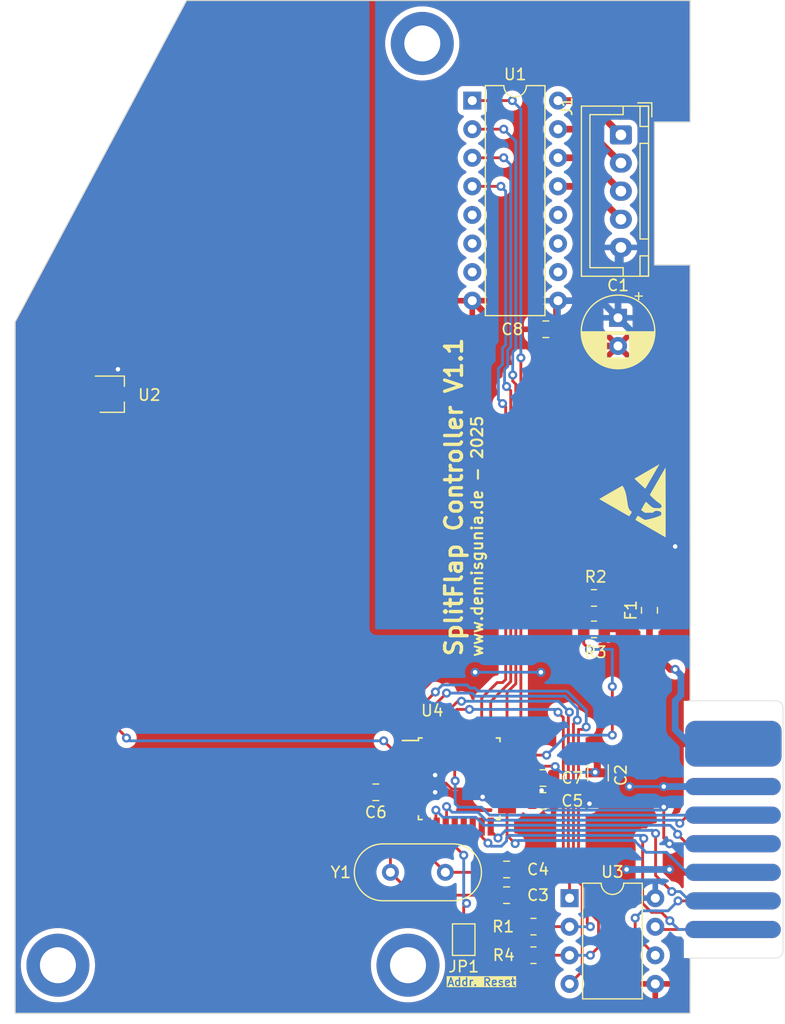
<source format=kicad_pcb>
(kicad_pcb
	(version 20241229)
	(generator "pcbnew")
	(generator_version "9.0")
	(general
		(thickness 1.6)
		(legacy_teardrops no)
	)
	(paper "A4")
	(layers
		(0 "F.Cu" signal)
		(2 "B.Cu" signal)
		(9 "F.Adhes" user "F.Adhesive")
		(11 "B.Adhes" user "B.Adhesive")
		(13 "F.Paste" user)
		(15 "B.Paste" user)
		(5 "F.SilkS" user "F.Silkscreen")
		(7 "B.SilkS" user "B.Silkscreen")
		(1 "F.Mask" user)
		(3 "B.Mask" user)
		(17 "Dwgs.User" user "User.Drawings")
		(19 "Cmts.User" user "User.Comments")
		(21 "Eco1.User" user "User.Eco1")
		(23 "Eco2.User" user "User.Eco2")
		(25 "Edge.Cuts" user)
		(27 "Margin" user)
		(31 "F.CrtYd" user "F.Courtyard")
		(29 "B.CrtYd" user "B.Courtyard")
		(35 "F.Fab" user)
		(33 "B.Fab" user)
		(39 "User.1" user)
		(41 "User.2" user)
		(43 "User.3" user)
		(45 "User.4" user)
		(47 "User.5" user)
		(49 "User.6" user)
		(51 "User.7" user)
		(53 "User.8" user)
		(55 "User.9" user)
	)
	(setup
		(stackup
			(layer "F.SilkS"
				(type "Top Silk Screen")
			)
			(layer "F.Paste"
				(type "Top Solder Paste")
			)
			(layer "F.Mask"
				(type "Top Solder Mask")
				(thickness 0.01)
			)
			(layer "F.Cu"
				(type "copper")
				(thickness 0.035)
			)
			(layer "dielectric 1"
				(type "core")
				(thickness 1.51)
				(material "FR4")
				(epsilon_r 4.5)
				(loss_tangent 0.02)
			)
			(layer "B.Cu"
				(type "copper")
				(thickness 0.035)
			)
			(layer "B.Mask"
				(type "Bottom Solder Mask")
				(thickness 0.01)
			)
			(layer "B.Paste"
				(type "Bottom Solder Paste")
			)
			(layer "B.SilkS"
				(type "Bottom Silk Screen")
			)
			(copper_finish "None")
			(dielectric_constraints no)
		)
		(pad_to_mask_clearance 0)
		(allow_soldermask_bridges_in_footprints no)
		(tenting front back)
		(pcbplotparams
			(layerselection 0x00000000_00000000_55555555_5755f5ff)
			(plot_on_all_layers_selection 0x00000000_00000000_00000000_00000000)
			(disableapertmacros no)
			(usegerberextensions no)
			(usegerberattributes yes)
			(usegerberadvancedattributes yes)
			(creategerberjobfile yes)
			(dashed_line_dash_ratio 12.000000)
			(dashed_line_gap_ratio 3.000000)
			(svgprecision 4)
			(plotframeref no)
			(mode 1)
			(useauxorigin no)
			(hpglpennumber 1)
			(hpglpenspeed 20)
			(hpglpendiameter 15.000000)
			(pdf_front_fp_property_popups yes)
			(pdf_back_fp_property_popups yes)
			(pdf_metadata yes)
			(pdf_single_document no)
			(dxfpolygonmode yes)
			(dxfimperialunits yes)
			(dxfusepcbnewfont yes)
			(psnegative no)
			(psa4output no)
			(plot_black_and_white yes)
			(sketchpadsonfab no)
			(plotpadnumbers no)
			(hidednponfab no)
			(sketchdnponfab yes)
			(crossoutdnponfab yes)
			(subtractmaskfromsilk no)
			(outputformat 1)
			(mirror no)
			(drillshape 0)
			(scaleselection 1)
			(outputdirectory "GBR/")
		)
	)
	(net 0 "")
	(net 1 "+12V")
	(net 2 "GND")
	(net 3 "+5V")
	(net 4 "Net-(J1-Pin_2)")
	(net 5 "Net-(J1-Pin_3)")
	(net 6 "Net-(J1-Pin_4)")
	(net 7 "/BUS_HIGH")
	(net 8 "/BUS_LOW")
	(net 9 "/BUS_RESET")
	(net 10 "/BUS_DETC_IN")
	(net 11 "/BUS_DETC_OUT")
	(net 12 "/GATE_HOME")
	(net 13 "/MOT_A")
	(net 14 "/MOT_B")
	(net 15 "/MOT_C")
	(net 16 "/MOT_D")
	(net 17 "unconnected-(U1-I5-Pad5)")
	(net 18 "unconnected-(U1-I6-Pad6)")
	(net 19 "unconnected-(U1-I7-Pad7)")
	(net 20 "unconnected-(U1-O7-Pad10)")
	(net 21 "unconnected-(U1-O6-Pad11)")
	(net 22 "unconnected-(U1-O5-Pad12)")
	(net 23 "/BUS_RX")
	(net 24 "/BUS_TX")
	(net 25 "/PRG_MOSI")
	(net 26 "/PRG_MISO")
	(net 27 "/PRG_SCK")
	(net 28 "Net-(U4-PB6{slash}XTAL1)")
	(net 29 "Net-(U4-PB7{slash}XTAL2)")
	(net 30 "unconnected-(U4-PD5-Pad9)")
	(net 31 "Net-(JP1-A)")
	(net 32 "unconnected-(U4-PB1-Pad13)")
	(net 33 "unconnected-(U4-PB2-Pad14)")
	(net 34 "unconnected-(U4-ADC6-Pad19)")
	(net 35 "unconnected-(U4-PC4-Pad27)")
	(net 36 "unconnected-(U4-PC5-Pad28)")
	(net 37 "Net-(J6-Pin_15)")
	(net 38 "Net-(U4-ADC7)")
	(net 39 "Net-(U4-AREF)")
	(net 40 "Net-(J1-Pin_1)")
	(net 41 "/~{BUS_RXE}")
	(net 42 "/~{BUS_TXE}")
	(footprint "Capacitor_SMD:C_1206_3216Metric" (layer "F.Cu") (at 138.176 105.459 90))
	(footprint "Capacitor_SMD:C_0805_2012Metric" (layer "F.Cu") (at 133.538 66.04 180))
	(footprint "Capacitor_SMD:C_0805_2012Metric" (layer "F.Cu") (at 130.048 116.332 180))
	(footprint "Resistor_SMD:R_0805_2012Metric" (layer "F.Cu") (at 137.8185 89.916))
	(footprint "Crystal:Crystal_HC49-U_Vertical" (layer "F.Cu") (at 119.724 114.3))
	(footprint "Dennis:Card Edge 16 power" (layer "F.Cu") (at 150.175 119.38 90))
	(footprint "Package_QFP:TQFP-32_7x7mm_P0.8mm" (layer "F.Cu") (at 125.838 105.986))
	(footprint "Capacitor_THT:CP_Radial_D6.3mm_P2.50mm" (layer "F.Cu") (at 139.954 65.024 -90))
	(footprint "Resistor_SMD:R_0805_2012Metric" (layer "F.Cu") (at 132.4375 119.126 180))
	(footprint "Capacitor_SMD:C_0805_2012Metric" (layer "F.Cu") (at 130.048 114.046 180))
	(footprint "Package_DIP:DIP-16_W7.62mm" (layer "F.Cu") (at 127 45.72))
	(footprint "Resistor_SMD:R_0805_2012Metric" (layer "F.Cu") (at 132.4375 121.666 180))
	(footprint "MountingHole:MountingHole_3.2mm_M3_DIN965_Pad" (layer "F.Cu") (at 122.555 40.64))
	(footprint "Capacitor_SMD:C_0805_2012Metric" (layer "F.Cu") (at 118.43 107.188))
	(footprint "Package_TO_SOT_SMD:SOT-23W" (layer "F.Cu") (at 95 71.81))
	(footprint "MountingHole:MountingHole_3.2mm_M3_DIN965_Pad" (layer "F.Cu") (at 121.285 122.555))
	(footprint "Capacitor_SMD:C_0805_2012Metric" (layer "F.Cu") (at 133.284 107.95 180))
	(footprint "Package_DIP:DIP-8_W7.62mm" (layer "F.Cu") (at 135.646 116.596))
	(footprint "Capacitor_SMD:C_0805_2012Metric" (layer "F.Cu") (at 133.284 105.918 180))
	(footprint "Connector_JST:JST_XH_B5B-XH-A_1x05_P2.50mm_Vertical" (layer "F.Cu") (at 140.208 48.768 -90))
	(footprint "Symbol:ESD-Logo_6.6x6mm_SilkScreen" (layer "F.Cu") (at 141.224 81.28 90))
	(footprint "Resistor_SMD:R_0805_2012Metric" (layer "F.Cu") (at 137.8185 92.71))
	(footprint "Fuse:Fuse_0805_2012Metric" (layer "F.Cu") (at 142.748 91.0175 90))
	(footprint "MountingHole:MountingHole_3.2mm_M3_DIN965_Pad" (layer "F.Cu") (at 90.17 122.555))
	(footprint "Jumper:SolderJumper-2_P1.3mm_Open_Pad1.0x1.5mm" (layer "F.Cu") (at 126.238 120.284 -90))
	(gr_line
		(start 86.36 126.83)
		(end 146.36 126.83)
		(stroke
			(width 0.1)
			(type default)
		)
		(layer "Edge.Cuts")
		(uuid "1a8ae49f-bad8-4361-b0f1-4aef9870009b")
	)
	(gr_line
		(start 143.19 47.625)
		(end 146.365 47.625)
		(stroke
			(width 0.1)
			(type default)
		)
		(layer "Edge.Cuts")
		(uuid "226656c1-6790-44c2-b117-8b68999214c5")
	)
	(gr_line
		(start 146.36 126.83)
		(end 146.365 121.92)
		(stroke
			(width 0.1)
			(type default)
		)
		(layer "Edge.Cuts")
		(uuid "2377a54b-9261-41c9-94d8-70f140eab6db")
	)
	(gr_line
		(start 146.36 36.83)
		(end 146.365 47.625)
		(stroke
			(width 0.1)
			(type default)
		)
		(layer "Edge.Cuts")
		(uuid "24362fee-1dad-4f73-9ba1-e445da479e08")
	)
	(gr_line
		(start 146.365 99.06)
		(end 146.36 60.325)
		(stroke
			(width 0.1)
			(type default)
		)
		(layer "Edge.Cuts")
		(uuid "282f11ba-d186-4b2c-a036-fbc07598937d")
	)
	(gr_line
		(start 101.6 36.83)
		(end 146.36 36.83)
		(stroke
			(width 0.1)
			(type default)
		)
		(layer "Edge.Cuts")
		(uuid "439cc86b-e138-4fc7-b5bb-6889a4336a98")
	)
	(gr_line
		(start 86.36 126.83)
		(end 86.36 65.405)
		(stroke
			(width 0.1)
			(type default)
		)
		(layer "Edge.Cuts")
		(uuid "6b5444d7-4a1c-49be-adb4-f0a74cb6f1c0")
	)
	(gr_line
		(start 86.36 65.405)
		(end 101.6 36.83)
		(stroke
			(width 0.1)
			(type default)
		)
		(layer "Edge.Cuts")
		(uuid "7cd694d1-6a51-46cf-84af-79c4be81c6f6")
	)
	(gr_line
		(start 143.19 60.325)
		(end 143.19 47.625)
		(stroke
			(width 0.1)
			(type default)
		)
		(layer "Edge.Cuts")
		(uuid "9bd8a2cd-acce-4aa2-9ff6-caf6554de8fb")
	)
	(gr_line
		(start 146.36 60.325)
		(end 143.19 60.325)
		(stroke
			(width 0.1)
			(type default)
		)
		(layer "Edge.Cuts")
		(uuid "efa9d3e2-9458-45f9-857a-65c39bb9411a")
	)
	(gr_text "SplitFlap Controller V1.1"
		(at 126.238 95.25 90)
		(layer "F.SilkS")
		(uuid "0a2c60a8-fa37-4fab-9c3d-641f85e73e00")
		(effects
			(font
				(size 1.5 1.5)
				(thickness 0.3)
				(bold yes)
			)
			(justify left bottom)
		)
	)
	(gr_text "Addr. Reset"
		(at 124.714 124.46 0)
		(layer "F.SilkS" knockout)
		(uuid "b50621b3-07c2-4c97-9c16-a65d4ad2250d")
		(effects
			(font
				(size 0.7 0.7)
				(thickness 0.125)
				(bold yes)
			)
			(justify left bottom)
		)
	)
	(gr_text "www.dennisgunia.de - 2025"
		(at 128.016 95.25 90)
		(layer "F.SilkS")
		(uuid "bc52f44a-1d8b-466a-a7f3-25760e0d72c5")
		(effects
			(font
				(size 1 1)
				(thickness 0.1875)
			)
			(justify left bottom)
		)
	)
	(segment
		(start 142.748 87.63)
		(end 142.748 90.08)
		(width 0.6)
		(layer "F.Cu")
		(net 1)
		(uuid "02fc8e6d-4ac7-4a9e-9877-8caefcade47d")
	)
	(segment
		(start 136.906 89.916)
		(end 139.192 87.63)
		(width 0.25)
		(layer "F.Cu")
		(net 1)
		(uuid "0f6825d3-190d-4a78-aa0d-e138d6986825")
	)
	(segment
		(start 145.034 85.344)
		(end 142.748 87.63)
		(width 0.6)
		(layer "F.Cu")
		(net 1)
		(uuid "3d2fba77-a633-464a-a55e-9ea39ce81361")
	)
	(segment
		(start 140.208 64.77)
		(end 139.954 65.024)
		(width 0.6)
		(layer "F.Cu")
		(net 1)
		(uuid "66992f8b-ee4c-479f-9290-1662e3173025")
	)
	(segment
		(start 139.192 87.63)
		(end 142.748 87.63)
		(width 0.25)
		(layer "F.Cu")
		(net 1)
		(uuid "8bdd5c31-637c-4c2d-94d8-b244c878fc26")
	)
	(segment
		(start 134.488 66.04)
		(end 134.488 63.632)
		(width 0.6)
		(layer "F.Cu")
		(net 1)
		(uuid "a43a3caa-cf5a-4779-9083-5e4fb4b14189")
	)
	(segment
		(start 134.488 63.632)
		(end 134.62 63.5)
		(width 0.6)
		(layer "F.Cu")
		(net 1)
		(uuid "f9a81408-955d-4901-8f71-ae1269877e48")
	)
	(via
		(at 145.034 85.344)
		(size 0.8)
		(drill 0.4)
		(layers "F.Cu" "B.Cu")
		(net 1)
		(uuid "edd24bf9-aaca-4040-bb8c-bf00e6da9865")
	)
	(segment
		(start 145.542 70.612)
		(end 145.542 84.836)
		(width 0.6)
		(layer "B.Cu")
		(net 1)
		(uuid "44e2a03c-6ff1-43df-b01f-e53d4784f4b4")
	)
	(segment
		(start 138.43 63.5)
		(end 139.954 65.024)
		(width 0.6)
		(layer "B.Cu")
		(net 1)
		(uuid "7592454c-82ec-435e-baab-e4c2854476a6")
	)
	(segment
		(start 145.542 84.836)
		(end 145.034 85.344)
		(width 0.6)
		(layer "B.Cu")
		(net 1)
		(uuid "7d1d7831-8d8d-4317-bebd-54ac608e0a60")
	)
	(segment
		(start 145.542 70.612)
		(end 139.954 65.024)
		(width 0.6)
		(layer "B.Cu")
		(net 1)
		(uuid "a76504f9-9a78-4638-a4b9-37e856741b2d")
	)
	(segment
		(start 139.954 59.022)
		(end 140.208 58.768)
		(width 0.6)
		(layer "B.Cu")
		(net 1)
		(uuid "b72cc6b0-9071-4452-81d5-600d1af36bbc")
	)
	(segment
		(start 134.62 63.5)
		(end 138.43 63.5)
		(width 0.6)
		(layer "B.Cu")
		(net 1)
		(uuid "c414c6f0-f20e-4a44-9b87-5451d2cdcc50")
	)
	(segment
		(start 139.954 65.024)
		(end 139.954 59.022)
		(width 0.6)
		(layer "B.Cu")
		(net 1)
		(uuid "f1106f2f-92cd-498a-85a2-d4dcfae87a86")
	)
	(segment
		(start 121.402695 99.314)
		(end 118.364 99.314)
		(width 0.25)
		(layer "F.Cu")
		(net 2)
		(uuid "1fa4f4d6-1a74-46c4-8427-a1af77ee4ac0")
	)
	(segment
		(start 140.97 106.68)
		(end 140.462 106.68)
		(width 0.25)
		(layer "F.Cu")
		(net 2)
		(uuid "2a77a115-cba1-4ecd-92b3-d75ac207e32a")
	)
	(segment
		(start 140.462 106.68)
		(end 139.192 105.41)
		(width 0.25)
		(layer "F.Cu")
		(net 2)
		(uuid "2d6fd4f6-5145-422b-b3ea-481b120a487b")
	)
	(segment
		(start 150.175 114.3)
		(end 144.78 114.3)
		(width 0.6)
		(layer "F.Cu")
		(net 2)
		(uuid "31707631-717f-4fca-a2ee-08dee3059b69")
	)
	(segment
		(start 127.254 96.52)
		(end 124.196695 96.52)
		(width 0.25)
		(layer "F.Cu")
		(net 2)
		(uuid "31eb57bf-b0df-45ac-9c98-b3d56bba1372")
	)
	(segment
		(start 134.332 104.868)
		(end 134.366 104.902)
		(width 0.25)
		(layer "F.Cu")
		(net 2)
		(uuid "34846640-08ea-47c2-bd48-e0365ee68030")
	)
	(segment
		(start 130.088 105.586)
		(end 131.1209 105.586)
		(width 0.25)
		(layer "F.Cu")
		(net 2)
		(uuid "34ba4490-935a-4570-850b-9636b52deeaf")
	)
	(segment
		(start 124.196695 96.52)
		(end 121.402695 99.314)
		(width 0.25)
		(layer "F.Cu")
		(net 2)
		(uuid "3a001456-39f4-453c-ab29-65d8af1d6a6a")
	)
	(segment
		(start 125.175695 106.897)
		(end 127.727 106.897)
		(width 0.25)
		(layer "F.Cu")
		(net 2)
		(uuid "3c934887-a7fe-454a-bf1e-e77dd0bee9bf")
	)
	(segment
		(start 139.192 105.41)
		(end 137.922 105.41)
		(width 0.25)
		(layer "F.Cu")
		(net 2)
		(uuid "4add3794-186c-49f2-a0db-6ee700653d05")
	)
	(segment
		(start 134.366 104.902)
		(end 134.366 105.786)
		(width 0.25)
		(layer "F.Cu")
		(net 2)
		(uuid "4af4fa4e-56ef-493e-8d1e-d4c2e683fc61")
	)
	(segment
		(start 144.78 106.68)
		(end 144.018 106.68)
		(width 0.25)
		(layer "F.Cu")
		(net 2)
		(uuid "52114260-e652-45b2-b8d3-425bae49253e")
	)
	(segment
		(start 131.1209 105.586)
		(end 131.8389 104.868)
		(width 0.25)
		(layer "F.Cu")
		(net 2)
		(uuid "52503bde-843b-4d7a-b69c-bcd1804a1b11")
	)
	(segment
		(start 132.588 66.04)
		(end 132.588 67.524)
		(width 0.6)
		(layer "F.Cu")
		(net 2)
		(uuid "574fd2c9-3e84-4787-8cff-cfa1846c4f6c")
	)
	(segment
		(start 150.209 102.87)
		(end 145.542 102.87)
		(width 0.6)
		(layer "F.Cu")
		(net 2)
		(uuid "61a6cc5b-7c92-4a32-9607-d275371a51df")
	)
	(segment
		(start 120.463 104.902)
		(end 120.463 106.311)
		(width 0.25)
		(layer "F.Cu")
		(net 2)
		(uuid "67127883-1b2c-4119-8983-ecb6101aed7d")
	)
	(segment
		(start 137.922 105.41)
		(end 137.922 104.238)
		(width 0.25)
		(layer "F.Cu")
		(net 2)
		(uuid "6772764e-68d8-4a2c-8047-ca6733c2f519")
	)
	(segment
		(start 144.78 114.3)
		(end 144.526 114.046)
		(width 0.6)
		(layer "F.Cu")
		(net 2)
		(uuid "740a2a48-a44c-4dcf-83b4-394d5ad11010")
	)
	(segment
		(start 120.463 104.861)
		(end 120.463 104.902)
		(width 0.25)
		(layer "F.Cu")
		(net 2)
		(uuid "7581b647-0a41-4b22-bfd6-589a9524026b")
	)
	(segment
		(start 144.526 98.338)
		(end 142.748 96.56)
		(width 0.6)
		(layer "F.Cu")
		(net 2)
		(uuid "75d85ce2-d6ff-4915-ada4-76eb8e1265fb")
	)
	(segment
		(start 129.038 105.586)
		(end 130.088 105.586)
		(width 0.25)
		(layer "F.Cu")
		(net 2)
		(uuid "8b22dbb9-9d9b-4244-a2d1-efb5f07dc458")
	)
	(segment
		(start 137.922 104.238)
		(end 138.176 103.984)
		(width 0.25)
		(layer "F.Cu")
		(net 2)
		(uuid "8bce7847-be5b-49b6-b595-eafacb52105c")
	)
	(segment
		(start 121.588 106.386)
		(end 124.664695 106.386)
		(width 0.25)
		(layer "F.Cu")
		(net 2)
		(uuid "8bdf74a2-745f-4e65-afc3-15606c7f4b56")
	)
	(segment
		(start 134.366 105.786)
		(end 134.234 105.918)
		(width 0.25)
		(layer "F.Cu")
		(net 2)
		(uuid "8eec3c5e-84fb-4a0a-9e67-0531c6c3dfd6")
	)
	(segment
		(start 131.024 67.524)
		(end 127 63.5)
		(width 0.6)
		(layer "F.Cu")
		(net 2)
		(uuid "90bf645f-18ad-4a7f-9f51-3d787c67cf6f")
	)
	(segment
		(start 132.588 67.524)
		(end 131.024 67.524)
		(width 0.6)
		(layer "F.Cu")
		(net 2)
		(uuid "920583f3-99be-408d-94b4-41f65d8f5bf8")
	)
	(segment
		(start 145.542 102.87)
		(end 144.526 101.854)
		(width 0.6)
		(layer "F.Cu")
		(net 2)
		(uuid "9279b02a-0411-46a9-adb1-f0a918e9ab35")
	)
	(segment
		(start 150.175 106.68)
		(end 144.78 106.68)
		(width 0.25)
		(layer "F.Cu")
		(net 2)
		(uuid "93c97cbb-0fd3-4990-85c2-c66d7dd95958")
	)
	(segment
		(start 144.526 101.854)
		(end 144.526 98.338)
		(width 0.6)
		(layer "F.Cu")
		(net 2)
		(uuid "a0e8510e-df26-4104-8146-eac16cf60c18")
	)
	(segment
		(start 127.727 106.897)
		(end 129.038 105.586)
		(width 0.25)
		(layer "F.Cu")
		(net 2)
		(uuid "a3b63985-8f08-41e4-968d-ed4cb9dd6e47")
	)
	(segment
		(start 142.748 96.56)
		(end 133.136 96.56)
		(width 0.25)
		(layer "F.Cu")
		(net 2)
		(uuid "a44a8215-694f-4cb9-b020-0713a9c7e1c1")
	)
	(segment
		(start 117.348 100.33)
		(end 117.348 103.886)
		(width 0.25)
		(layer "F.Cu")
		(net 2)
		(uuid "a806505f-c042-48f6-9f3d-bc85301142c3")
	)
	(segment
		(start 117.348 103.886)
		(end 118.364 104.902)
		(width 0.25)
		(layer "F.Cu")
		(net 2)
		(uuid "accfd78e-e02e-4429-af94-9d40e3794064")
	)
	(segment
		(start 118.364 99.314)
		(end 117.348 100.33)
		(width 0.25)
		(layer "F.Cu")
		(net 2)
		(uuid "b7a0bf6d-4520-4d60-bbe9-7c2e81ed8332")
	)
	(segment
		(start 131.8389 104.868)
		(end 134.332 104.868)
		(width 0.25)
		(layer "F.Cu")
		(net 2)
		(uuid "b7bcb27f-a512-4d54-a660-8b7815c25d15")
	)
	(segment
		(start 134.234 107.95)
		(end 134.234 105.918)
		(width 0.25)
		(layer "F.Cu")
		(net 2)
		(uuid "bc1fc76c-1f83-4ca5-a774-be146e45d2fa")
	)
	(segment
		(start 139.954 67.524)
		(end 132.588 67.524)
		(width 0.6)
		(layer "F.Cu")
		(net 2)
		(uuid "c06c55e9-f23a-47cb-9934-4bd4377548b3")
	)
	(segment
		(start 118.364 104.902)
		(end 120.463 104.902)
		(width 0.25)
		(layer "F.Cu")
		(net 2)
		(uuid "c1fa3875-2317-43d7-9ba3-de1dba78ba5c")
	)
	(segment
		(start 133.136 96.56)
		(end 133.096 96.52)
		(width 0.25)
		(layer "F.Cu")
		(net 2)
		(uuid "c5e4b4b3-08ec-4c30-9de4-2f514ecbfdaa")
	)
	(segment
		(start 124.664695 106.386)
		(end 125.175695 106.897)
		(width 0.25)
		(layer "F.Cu")
		(net 2)
		(uuid "ccde3e16-f6b9-4d38-b0b1-0edd638c8182")
	)
	(segment
		(start 120.538 104.786)
		(end 120.463 104.861)
		(width 0.25)
		(layer "F.Cu")
		(net 2)
		(uuid "ce90b4e5-2750-4fa6-8285-a790994bd721")
	)
	(segment
		(start 120.538 106.386)
		(end 121.588 106.386)
		(width 0.25)
		(layer "F.Cu")
		(net 2)
		(uuid "e8bd431c-6d70-4e32-9a62-1487c5ad7756")
	)
	(segment
		(start 120.463 106.311)
		(end 120.538 106.386)
		(width 0.25)
		(layer "F.Cu")
		(net 2)
		(uuid "f056452e-b452-49d6-9c21-67ac49fafec4")
	)
	(segment
		(start 121.588 104.786)
		(end 120.538 104.786)
		(width 0.25)
		(layer "F.Cu")
		(net 2)
		(uuid "ff2acebe-1d7e-4984-8248-834d5c8d313b")
	)
	(via
		(at 134.366 104.902)
		(size 0.8)
		(drill 0.4)
		(layers "F.Cu" "B.Cu")
		(net 2)
		(uuid "07d24a46-afc2-4d3a-9ff9-47cfae35d29e")
	)
	(via
		(at 144.526 114.046)
		(size 0.8)
		(drill 0.4)
		(layers "F.Cu" "B.Cu")
		(net 2)
		(uuid "10099195-9d27-430c-8b29-3d084cf8e6f2")
	)
	(via
		(at 127.254 96.52)
		(size 0.8)
		(drill 0.4)
		(layers "F.Cu" "B.Cu")
		(net 2)
		(uuid "6ccc871f-349b-4269-8bb4-ee4381994fab")
	)
	(via
		(at 133.096 96.52)
		(size 0.8)
		(drill 0.4)
		(layers "F.Cu" "B.Cu")
		(net 2)
		(uuid "78097323-f746-4604-9389-29500913f529")
	)
	(via
		(at 140.97 106.68)
		(size 0.8)
		(drill 0.4)
		(layers "F.Cu" "B.Cu")
		(net 2)
		(uuid "81b88b0d-3a36-4c59-bbc2-d1313db10305")
	)
	(via
		(at 144.018 106.68)
		(size 0.8)
		(drill 0.4)
		(layers "F.Cu" "B.Cu")
		(net 2)
		(uuid "81d4c6e3-01a1-4a0b-8cbd-f83fc9f4f256")
	)
	(via
		(at 137.922 105.41)
		(size 0.8)
		(drill 0.4)
		(layers "F.Cu" "B.Cu")
		(net 2)
		(uuid "ab2f0613-7aa2-4520-9a36-6d976bb6950d")
	)
	(via
		(at 140.716 114.046)
		(size 0.8)
		(drill 0.4)
		(layers "F.Cu" "B.Cu")
		(net 2)
		(uuid "afd84ab6-a6b0-4d16-ac6f-e8a394226a36")
	)
	(segment
		(start 144.018 106.68)
		(end 140.97 106.68)
		(width 0.25)
		(layer "B.Cu")
		(net 2)
		(uuid "6e1d632a-7b1a-4fab-add0-8027418e8cab")
	)
	(segment
		(start 144.526 114.046)
		(end 140.716 114.046)
		(width 0.6)
		(layer "B.Cu")
		(net 2)
		(uuid "78e70b99-fcbe-4392-8297-ce0a6efee285")
	)
	(segment
		(start 133.096 96.52)
		(end 127.254 96.52)
		(width 0.25)
		(layer "B.Cu")
		(net 2)
		(uuid "9b7da323-691c-4608-aee1-d07c674e4093")
	)
	(segment
		(start 150.175 106.68)
		(end 144.018 106.68)
		(width 0.6)
		(layer "B.Cu")
		(net 2)
		(uuid "ad6c103c-15ab-4da5-927a-7c6c0605bac7")
	)
	(segment
		(start 137.922 105.41)
		(end 134.874 105.41)
		(width 0.25)
		(layer "B.Cu")
		(net 2)
		(uuid "ade02486-d586-4e70-a856-25004957a444")
	)
	(segment
		(start 134.874 105.41)
		(end 134.366 104.902)
		(width 0.25)
		(layer "B.Cu")
		(net 2)
		(uuid "c0352568-ede3-4b5e-8080-47eca1079063")
	)
	(segment
		(start 128.313998 107.986)
		(end 130.088 107.986)
		(width 0.25)
		(layer "F.Cu")
		(net 3)
		(uuid "01a999ff-e388-4c69-8447-0a27b1e0c789")
	)
	(segment
		(start 138.647 107.405)
		(end 138.176 106.934)
		(width 0.25)
		(layer "F.Cu")
		(net 3)
		(uuid "1ab4bf52-65ab-4827-a813-22029812c6fa")
	)
	(segment
		(start 144.018 111.252)
		(end 144.526 111.76)
		(width 0.25)
		(layer "F.Cu")
		(net 3)
		(uuid "1f09537d-f393-4b06-9cbb-3c608dad9013")
	)
	(segment
		(start 123.698 107.188)
		(end 121.59 107.188)
		(width 0.25)
		(layer "F.Cu")
		(net 3)
		(uuid "3ebf2401-fee7-43a5-a71b-fdea97578568")
	)
	(segment
		(start 138.176 106.934)
		(end 138.176 107.442)
		(width 0.25)
		(layer "F.Cu")
		(net 3)
		(uuid "44a1e6c1-9d90-49c7-ba70-2feef48e9833")
	)
	(segment
		(start 133.159089 107.025008)
		(end 133.159089 107.124911)
		(width 0.25)
		(layer "F.Cu")
		(net 3)
		(uuid "4b8c9237-d787-41e3-9d59-4db44183d55e")
	)
	(segment
		(start 138.176 107.442)
		(end 137.414 108.204)
		(width 0.25)
		(layer "F.Cu")
		(net 3)
		(uuid "502a28f5-5979-4003-84c7-540620a3e578")
	)
	(segment
		(start 144.018 108.4955)
		(end 144.018 111.252)
		(width 0.25)
		(layer "F.Cu")
		(net 3)
		(uuid "503110e2-22e4-48ac-a140-1edd44ecb416")
	)
	(segment
		(start 121.588 107.186)
		(end 119.382 107.186)
		(width 0.25)
		(layer "F.Cu")
		(net 3)
		(uuid "6b4120b5-8332-4643-bd9f-68650443e2aa")
	)
	(segment
		(start 130.088 107.986)
		(end 132.486 107.986)
		(width 0.25)
		(layer "F.Cu")
		(net 3)
		(uuid "762e3cd5-00ff-4aa1-83c3-ed8da14edf0a")
	)
	(segment
		(start 127.922596 107.594598)
		(end 128.313998 107.986)
		(width 0.25)
		(layer "F.Cu")
		(net 3)
		(uuid "805fa3e8-c899-413b-bc48-52bc7580f110")
	)
	(segment
		(start 94.24 70.86)
		(end 95.504 69.596)
		(width 0.25)
		(layer "F.Cu")
		(net 3)
		(uuid "8487a57c-0e15-43df-9070-d25e110c3735")
	)
	(segment
		(start 121.588 105.586)
		(end 123.6225 105.586)
		(width 0.25)
		(layer "F.Cu")
		(net 3)
		(uuid "88233bab-2aff-43fa-8d07-bc12c8262fb5")
	)
	(segment
		(start 123.6225 105.586)
		(end 123.698 105.6615)
		(width 0.25)
		(layer "F.Cu")
		(net 3)
		(uuid "9c8aa206-4dff-4a8f-bcd2-10c6bc4a76d4")
	)
	(segment
		(start 121.59 107.188)
		(end 121.588 107.186)
		(width 0.25)
		(layer "F.Cu")
		(net 3)
		(uuid "b2569e0c-df6e-40ae-b5a9-e7bc238f5cc9")
	)
	(segment
		(start 93.8 70.86)
		(end 94.24 70.86)
		(width 0.25)
		(layer "F.Cu")
		(net 3)
		(uuid "cea4e257-d58d-42cf-a483-0f5fc1cedebf")
	)
	(segment
		(start 119.382 107.186)
		(end 119.38 107.188)
		(width 0.25)
		(layer "F.Cu")
		(net 3)
		(uuid "dbd067ce-c0bb-4e10-a5d9-2765ad77fb66")
	)
	(segment
		(start 133.159089 107.124911)
		(end 132.334 107.95)
		(width 0.25)
		(layer "F.Cu")
		(net 3)
		(uuid "ee29d086-9d1d-4507-86ac-e0562d1bf6d7")
	)
	(via
		(at 144.018 108.4955)
		(size 0.8)
		(drill 0.4)
		(layers "F.Cu" "B.Cu")
		(net 3)
		(uuid "1e6d9ece-6da9-4a2f-b1e4-48f3eb95e495")
	)
	(via
		(at 123.698 107.188)
		(size 0.8)
		(drill 0.4)
		(layers "F.Cu" "B.Cu")
		(net 3)
		(uuid "3c825881-1d9b-458e-afbd-a715de86de12")
	)
	(via
		(at 127.922596 107.594598)
		(size 0.8)
		(drill 0.4)
		(layers "F.Cu" "B.Cu")
		(net 3)
		(uuid "63855196-c2c9-4e9d-b1cc-0e6753a22484")
	)
	(via
		(at 137.414 108.204)
		(size 0.8)
		(drill 0.4)
		(layers "F.Cu" "B.Cu")
		(net 3)
		(uuid "6c424dc1-f579-499b-bce5-e65dbbb1f2b8")
	)
	(via
		(at 144.526 111.76)
		(size 0.8)
		(drill 0.4)
		(layers "F.Cu" "B.Cu")
		(net 3)
		(uuid "8e06ac66-976b-4795-89e2-f207c6039c11")
	)
	(via
		(at 95.504 69.596)
		(size 0.8)
		(drill 0.4)
		(layers "F.Cu" "B.Cu")
		(net 3)
		(uuid "b9b408e9-01af-4f30-83d7-11c92698f013")
	)
	(via
		(at 133.159089 107.025008)
		(size 0.8)
		(drill 0.4)
		(layers "F.Cu" "B.Cu")
		(net 3)
		(uuid "c6068a0a-b6f5-4a18-ade4-17ddd18c614d")
	)
	(via
		(at 123.698 105.6615)
		(size 0.8)
		(drill 0.4)
		(layers "F.Cu" "B.Cu")
		(net 3)
		(uuid "d2f3ff3d-6115-41f0-a82b-ac80529abe0b")
	)
	(segment
		(start 123.698 105.6615)
		(end 123.9125 105.447)
		(width 0.25)
		(layer "B.Cu")
		(net 3)
		(uuid "0701968d-cd97-4ea2-a67f-1eb6fcc6474c")
	)
	(segment
		(start 135.948 108.77)
		(end 137.16 108.77)
		(width 0.25)
		(layer "B.Cu")
		(net 3)
		(uuid "088149a6-5982-4a00-9c1d-5246ca4e9ba6")
	)
	(segment
		(start 126.238 104.902)
		(end 127.922596 106.586596)
		(width 0.25)
		(layer "B.Cu")
		(net 3)
		(uuid "195bfe23-0f64-4e0b-91ad-9a2695818bec")
	)
	(segment
		(start 133.096 107.088097)
		(end 133.159089 107.025008)
		(width 0.25)
		(layer "B.Cu")
		(net 3)
		(uuid "2085df96-2fb7-4823-b67e-214b515f37e7")
	)
	(segment
		(start 124.46 105.41)
		(end 124.968 104.902)
		(width 0.25)
		(layer "B.Cu")
		(net 3)
		(uuid "28733bdb-8445-4675-9259-09ea3118555d")
	)
	(segment
		(start 143.7435 108.77)
		(end 144.018 108.4955)
		(width 0.25)
		(layer "B.Cu")
		(net 3)
		(uuid "354f9e41-ccf0-46a1-a65a-7eed047555e0")
	)
	(segment
		(start 137.16 108.77)
		(end 143.256 108.77)
		(width 0.25)
		(layer "B.Cu")
		(net 3)
		(uuid "3eac6a60-a4be-4882-8f3b-99d199b5bb6f")
	)
	(segment
		(start 123.698 105.6615)
		(end 123.698 107.188)
		(width 0.25)
		(layer "B.Cu")
		(net 3)
		(uuid "3f79f7d8-bc14-4450-8cbd-da52d3eb548c")
	)
	(segment
		(start 127.922596 106.586596)
		(end 127.922596 107.594598)
		(width 0.25)
		(layer "B.Cu")
		(net 3)
		(uuid "52cd3a1d-5440-4805-bc6a-f74869148664")
	)
	(segment
		(start 124.968 104.902)
		(end 126.238 104.902)
		(width 0.25)
		(layer "B.Cu")
		(net 3)
		(uuid "58afbd0a-2b54-44a5-8687-672aa3d89cc0")
	)
	(segment
		(start 137.16 108.458)
		(end 137.16 108.77)
		(width 0.25)
		(layer "B.Cu")
		(net 3)
		(uuid "6e55a5f6-c077-443b-bc18-efa299f6b2d6")
	)
	(segment
		(start 123.9125 105.447)
		(end 124.46 105.447)
		(width 0.25)
		(layer "B.Cu")
		(net 3)
		(uuid "90532c02-8f36-4cad-b996-1a039c53cae6")
	)
	(segment
		(start 137.414 108.204)
		(end 137.16 108.458)
		(width 0.25)
		(layer "B.Cu")
		(net 3)
		(uuid "963d8808-c620-4231-bbdd-b1ad695ddb3d")
	)
	(segment
		(start 143.256 108.77)
		(end 143.7435 108.77)
		(width 0.25)
		(layer "B.Cu")
		(net 3)
		(uuid "a1e8aa43-39db-4aa6-9378-49e13a7ffc38")
	)
	(segment
		(start 124.46 105.447)
		(end 124.46 105.41)
		(width 0.25)
		(layer "B.Cu")
		(net 3)
		(uuid "a9d5eeaa-4226-4221-aad3-d6df9398fbcc")
	)
	(segment
		(start 135.948 108.77)
		(end 133.408 108.77)
		(width 0.25)
		(layer "B.Cu")
		(net 3)
		(uuid "b63697ab-2d40-4f6e-b16e-c30fb813646b")
	)
	(segment
		(start 133.408 108.77)
		(end 133.096 108.458)
		(width 0.25)
		(layer "B.Cu")
		(net 3)
		(uuid "bb827550-57b4-47aa-866a-41bf66fa33ce")
	)
	(segment
		(start 144.526 111.76)
		(end 150.175 111.76)
		(width 0.25)
		(layer "B.Cu")
		(net 3)
		(uuid "dda7e9b5-2173-485a-935c-4c6068724966")
	)
	(segment
		(start 133.096 108.458)
		(end 133.096 107.088097)
		(width 0.25)
		(layer "B.Cu")
		(net 3)
		(uuid "f9c6678a-3964-44c4-b055-56991025a245")
	)
	(segment
		(start 137.2 48.26)
		(end 140.208 51.268)
		(width 0.6)
		(layer "F.Cu")
		(net 4)
		(uuid "8f816115-c6e8-4191-8587-e072e36e61a5")
	)
	(segment
		(start 134.62 48.26)
		(end 137.2 48.26)
		(width 0.6)
		(layer "F.Cu")
		(net 4)
		(uuid "b9a78271-85ba-482c-a0d7-0466ef3ad8f1")
	)
	(segment
		(start 137.24 50.8)
		(end 140.208 53.768)
		(width 0.6)
		(layer "F.Cu")
		(net 5)
		(uuid "5b3fc135-58e0-4960-be2a-8c010ace93ea")
	)
	(segment
		(start 134.62 50.8)
		(end 137.24 50.8)
		(width 0.6)
		(layer "F.Cu")
		(net 5)
		(uuid "ff9863c5-f262-4214-a843-4dda94dbfde2")
	)
	(segment
		(start 134.62 53.34)
		(end 137.28 53.34)
		(width 0.6)
		(layer "F.Cu")
		(net 6)
		(uuid "395c2c41-8a6a-4f42-9fd3-52d7e8ae0ceb")
	)
	(segment
		(start 137.28 53.34)
		(end 140.208 56.268)
		(width 0.6)
		(layer "F.Cu")
		(net 6)
		(uuid "af108a01-4969-4deb-83e2-99aa66beb885")
	)
	(segment
		(start 143.51 119.38)
		(end 143.266 119.136)
		(width 0.25)
		(layer "F.Cu")
		(net 7)
		(uuid "05cd6532-ce1a-48dd-a83f-0d22a0a37eb2")
	)
	(segment
		(start 150.175 119.38)
		(end 143.51 119.38)
		(width 0.25)
		(layer "F.Cu")
		(net 7)
		(uuid "78b1d1db-2415-40a9-8bb5-d2499dcb3446")
	)
	(segment
		(start 150.175 116.84)
		(end 145.288 116.84)
		(width 0.25)
		(layer "F.Cu")
		(net 8)
		(uuid "4608e58f-33b3-4d01-9865-ea0661bc8f49")
	)
	(segment
		(start 141.478 119.888)
		(end 143.266 121.676)
		(width 0.25)
		(layer "F.Cu")
		(net 8)
		(uuid "61bd310e-e501-422e-9852-51a563f3d546")
	)
	(segment
		(start 141.478 118.364)
		(end 141.478 119.888)
		(width 0.25)
		(layer "F.Cu")
		(net 8)
		(uuid "b0d30257-f0e1-4f2b-8b41-00c0652cad73")
	)
	(via
		(at 141.478 118.364)
		(size 0.8)
		(drill 0.4)
		(layers "F.Cu" "B.Cu")
		(net 8)
		(uuid "75bd0740-92b2-4976-84a7-f02f801d0b7a")
	)
	(via
		(at 145.288 116.84)
		(size 0.8)
		(drill 0.4)
		(layers "F.Cu" "B.Cu")
		(net 8)
		(uuid "cf5ded24-7812-4368-b440-635d8218f51d")
	)
	(segment
		(start 145.288 116.84)
		(end 144.407 117.721)
		(width 0.25)
		(layer "B.Cu")
		(net 8)
		(uuid "2c1c15a3-8a2a-4301-a3a1-ca26c72cdb4a")
	)
	(segment
		(start 142.121 117.721)
		(end 141.478 118.364)
		(width 0.25)
		(layer "B.Cu")
		(net 8)
		(uuid "78407cbf-e60b-4fcc-a7cc-b6fe17983f03")
	)
	(segment
		(start 144.407 117.721)
		(end 142.121 117.721)
		(width 0.25)
		(layer "B.Cu")
		(net 8)
		(uuid "9b72b9c5-e6f2-4e4a-a57b-5e3f945539ff")
	)
	(segment
		(start 125.476 106.172)
		(end 125.438 106.134)
		(width 0.25)
		(layer "F.Cu")
		(net 9)
		(uuid "9a31875c-70a6-42fa-82e6-7202c15c5f48")
	)
	(segment
		(start 125.438 106.134)
		(end 125.438 101.736)
		(width 0.25)
		(layer "F.Cu")
		(net 9)
		(uuid "db51c5a6-6409-4c80-ac02-419d1a7d809d")
	)
	(via
		(at 125.476 106.172)
		(size 0.8)
		(drill 0.4)
		(layers "F.Cu" "B.Cu")
		(net 9)
		(uuid "ffbae8fd-9b3f-48eb-8733-c63496a09174")
	)
	(segment
		(start 150.175 109.22)
		(end 128.524 109.22)
		(width 0.25)
		(layer "B.Cu")
		(net 9)
		(uuid "4f7ae071-57ca-42a4-8739-2cef2f3bf28b")
	)
	(segment
		(start 128.524 109.22)
		(end 127.815198 108.511198)
		(width 0.25)
		(layer "B.Cu")
		(net 9)
		(uuid "6eb02af3-83d7-4ede-a21e-f3dcb1a0b839")
	)
	(segment
		(start 125.783198 108.511198)
		(end 125.476 108.204)
		(width 0.25)
		(layer "B.Cu")
		(net 9)
		(uuid "79435d6e-27a9-4507-addf-caeba5bef175")
	)
	(segment
		(start 127.815198 108.511198)
		(end 125.783198 108.511198)
		(width 0.25)
		(layer "B.Cu")
		(net 9)
		(uuid "b0b5d649-f92f-406d-85f2-f18d4a3d9d41")
	)
	(segment
		(start 125.476 108.204)
		(end 125.476 106.172)
		(width 0.25)
		(layer "B.Cu")
		(net 9)
		(uuid "e3de589c-7a51-478e-8484-b48fd6e1b268")
	)
	(segment
		(start 150.175 109.22)
		(end 146.166987 109.22)
		(width 0.25)
		(layer "F.Cu")
		(net 10)
		(uuid "41f3eb75-c014-4d03-9b6b-8250cfa8bc4a")
	)
	(segment
		(start 146.166987 109.22)
		(end 145.442487 109.9445)
		(width 0.25)
		(layer "F.Cu")
		(net 10)
		(uuid "6c273954-128b-4448-b1e4-ef66de59b931")
	)
	(segment
		(start 124.714 110.16)
		(end 124.638 110.236)
		(width 0.25)
		(layer "F.Cu")
		(net 10)
		(uuid "7acdaa4a-7f96-4a39-9cd9-b0c34a530f83")
	)
	(segment
		(start 124.714 108.458)
		(end 124.714 110.16)
		(width 0.25)
		(layer "F.Cu")
		(net 10)
		(uuid "c04950eb-efaf-461f-83be-e8e32e59262a")
	)
	(via
		(at 124.714 108.458)
		(size 0.8)
		(drill 0.4)
		(layers "F.Cu" "B.Cu")
		(net 10)
		(uuid "81e91ed1-3b4e-4887-b009-bcea518abc73")
	)
	(via
		(at 145.442487 109.9445)
		(size 0.8)
		(drill 0.4)
		(layers "F.Cu" "B.Cu")
		(net 10)
		(uuid "8370e470-3e03-4b8d-8854-caee9ddaa7d8")
	)
	(segment
		(start 125.217198 108.961198)
		(end 124.714 108.458)
		(width 0.25)
		(layer "B.Cu")
		(net 10)
		(uuid "07f680f5-c288-4239-8090-120f578060cb")
	)
	(segment
		(start 127.503198 108.961198)
		(end 125.217198 108.961198)
		(width 0.25)
		(layer "B.Cu")
		(net 10)
		(uuid "3203818e-fc2d-43e7-84f4-ca93f8b61e07")
	)
	(segment
		(start 145.442487 109.9445)
		(end 145.167987 109.67)
		(width 0.25)
		(layer "B.Cu")
		(net 10)
		(uuid "33416e79-21cb-44fd-a30e-79c8d0577926")
	)
	(segment
		(start 145.167987 109.67)
		(end 128.212 109.67)
		(width 0.25)
		(layer "B.Cu")
		(net 10)
		(uuid "518d26d0-b137-4b86-9785-84c956f38ca4")
	)
	(segment
		(start 128.212 109.67)
		(end 127.503198 108.961198)
		(width 0.25)
		(layer "B.Cu")
		(net 10)
		(uuid "532df048-a3ec-4292-bdba-99657fafd093")
	)
	(segment
		(start 146.087011 111.76)
		(end 145.252861 110.92585)
		(width 0.25)
		(layer "F.Cu")
		(net 11)
		(uuid "14d844b3-4f4a-4caf-b1bd-eaae2ead2640")
	)
	(segment
		(start 123.765788 108.77407)
		(end 123.765788 110.163788)
		(width 0.25)
		(layer "F.Cu")
		(net 11)
		(uuid "29972804-c429-433e-a507-d24a8306913e")
	)
	(segment
		(start 123.765788 110.163788)
		(end 123.838 110.236)
		(width 0.25)
		(layer "F.Cu")
		(net 11)
		(uuid "5a616fd5-965e-4a62-b12c-a240a019babc")
	)
	(segment
		(start 150.175 111.76)
		(end 146.087011 111.76)
		(width 0.25)
		(layer "F.Cu")
		(net 11)
		(uuid "7d50b933-17a3-4661-a581-56b7e9b9c310")
	)
	(via
		(at 123.765788 108.77407)
		(size 0.8)
		(drill 0.4)
		(layers "F.Cu" "B.Cu")
		(net 11)
		(uuid "03063106-685f-49e9-8bb0-58780e91c2bb")
	)
	(via
		(at 145.252861 110.92585)
		(size 0.8)
		(drill 0.4)
		(layers "F.Cu" "B.Cu")
		(net 11)
		(uuid "cd197e54-688c-498c-ac02-df3dd570a3ed")
	)
	(segment
		(start 124.402916 109.411198)
		(end 123.765788 108.77407)
		(width 0.25)
		(layer "B.Cu")
		(net 11)
		(uuid "18ce9d43-6d52-4d25-90bf-da9766ae8af4")
	)
	(segment
		(start 144.717487 110.244805)
		(end 144.592682 110.12)
		(width 0.25)
		(layer "B.Cu")
		(net 11)
		(uuid "477933bb-99e6-442d-bd02-c3be9f86c757")
	)
	(segment
		(start 145.252861 110.780179)
		(end 144.717487 110.244805)
		(width 0.25)
		(layer "B.Cu")
		(net 11)
		(uuid "6dd1b9ae-a9a0-4309-aa4d-f1170b5042d0")
	)
	(segment
		(start 145.252861 110.92585)
		(end 145.252861 110.780179)
		(width 0.25)
		(layer "B.Cu")
		(net 11)
		(uuid "88ff038b-dd32-483a-a7f6-35a6b13763c6")
	)
	(segment
		(start 131.064 110.12)
		(end 128.025604 110.12)
		(width 0.25)
		(layer "B.Cu")
		(net 11)
		(uuid "95592452-02ee-4fa1-aedb-73c26eedbcb5")
	)
	(segment
		(start 127.316802 109.411198)
		(end 124.402916 109.411198)
		(width 0.25)
		(layer "B.Cu")
		(net 11)
		(uuid "dd6da18d-f548-4f37-b003-80a46210a1a6")
	)
	(segment
		(start 144.592682 110.12)
		(end 131.064 110.12)
		(width 0.25)
		(layer "B.Cu")
		(net 11)
		(uuid "e7a8e528-f544-4800-9c68-ba3d38282f1d")
	)
	(segment
		(start 128.025604 110.12)
		(end 127.316802 109.411198)
		(width 0.25)
		(layer "B.Cu")
		(net 11)
		(uuid "ff8ce7fb-d962-4013-a776-649865dd2b2b")
	)
	(segment
		(start 96.266 102.362)
		(end 96.266 102.312)
		(width 0.25)
		(layer "F.Cu")
		(net 12)
		(uuid "03a82ac1-bf2e-4436-8b67-7c8b87643aaa")
	)
	(segment
		(start 121.588 103.986)
		(end 120.496 103.986)
		(width 0.25)
		(layer "F.Cu")
		(net 12)
		(uuid "357113bb-1692-46d9-85f8-a7c3d62fe8f8")
	)
	(segment
		(start 95.3 74.168)
		(end 95.3 98.806)
		(width 0.25)
		(layer "F.Cu")
		(net 12)
		(uuid "36a48665-475c-4f68-8556-8737807133cb")
	)
	(segment
		(start 93.8 72.76)
		(end 94.35 72.76)
		(width 0.25)
		(layer "F.Cu")
		(net 12)
		(uuid "42578eef-6c06-41c5-bfc4-1650aa44b9c0")
	)
	(segment
		(start 94.35 72.76)
		(end 95.3 73.71)
		(width 0.25)
		(layer "F.Cu")
		(net 12)
		(uuid "4a2eab0f-d362-4fa4-9855-dfdb77fd89e4")
	)
	(segment
		(start 96.266 102.312)
		(end 95.3 101.346)
		(width 0.25)
		(layer "F.Cu")
		(net 12)
		(uuid "5453ee07-d4e6-499b-bd9e-e87b8c0cbfe1")
	)
	(segment
		(start 95.3 98.806)
		(end 95.3 101.346)
		(width 0.25)
		(layer "F.Cu")
		(net 12)
		(uuid "6e5e153e-cc63-4235-a958-f51b9076e45c")
	)
	(segment
		(start 95.3 73.71)
		(end 95.3 74.168)
		(width 0.25)
		(layer "F.Cu")
		(net 12)
		(uuid "87d8cc7a-3a08-4b6b-a60b-1412d95f7fb2")
	)
	(segment
		(start 120.496 103.986)
		(end 119.126 102.616)
		(width 0.25)
		(layer "F.Cu")
		(net 12)
		(uuid "d2e1540a-5cbd-4f43-9420-94ae471f09cb")
	)
	(via
		(at 96.266 102.362)
		(size 0.8)
		(drill 0.4)
		(layers "F.Cu" "B.Cu")
		(net 12)
		(uuid "006e2610-bb63-44d3-8a15-b039ce275a6f")
	)
	(via
		(at 119.126 102.616)
		(size 0.8)
		(drill 0.4)
		(layers "F.Cu" "B.Cu")
		(net 12)
		(uuid "20b1f766-b9a0-453e-aed1-0755a7a9549b")
	)
	(segment
		(start 119.126 102.616)
		(end 96.52 102.616)
		(width 0.25)
		(layer "B.Cu")
		(net 12)
		(uuid "6b85f373-a69e-4173-beca-8b746a0015b2")
	)
	(segment
		(start 96.52 102.616)
		(end 96.266 102.362)
		(width 0.25)
		(layer "B.Cu")
		(net 12)
		(uuid "a90ac6da-101f-4d5c-b41c-2ff3da87995b")
	)
	(segment
		(start 130.088 103.986)
		(end 131.138 103.986)
		(width 0.25)
		(layer "F.Cu")
		(net 13)
		(uuid "1f8ff687-00dd-4fd6-b23b-f37b24c3fadb")
	)
	(segment
		(start 130.556 45.72)
		(end 127 45.72)
		(width 0.25)
		(layer "F.Cu")
		(net 13)
		(uuid "5c508386-9b0d-43d1-a77b-0e3b51aad3c3")
	)
	(segment
		(start 131.318 103.806)
		(end 131.318 74.676)
		(width 0.25)
		(layer "F.Cu")
		(net 13)
		(uuid "75223f54-bbd5-4268-9a78-56825a54cf21")
	)
	(segment
		(start 131.138 103.986)
		(end 131.318 103.806)
		(width 0.25)
		(layer "F.Cu")
		(net 13)
		(uuid "7b0058be-bc0b-4e03-90e8-16e27c73bf82")
	)
	(segment
		(start 131.318 74.676)
		(end 131.318 68.58)
		(width 0.25)
		(layer "F.Cu")
		(net 13)
		(uuid "db40e479-8c7f-43aa-ab93-452d6cda603e")
	)
	(via
		(at 131.318 68.58)
		(size 0.8)
		(drill 0.4)
		(layers "F.Cu" "B.Cu")
		(net 13)
		(uuid "3827a07a-9ed7-4a77-a667-d11c24ddd3f7")
	)
	(via
		(at 130.556 45.72)
		(size 0.8)
		(drill 0.4)
		(layers "F.Cu" "B.Cu")
		(net 13)
		(uuid "ceb2d926-e04d-4590-80a1-909fbee8343b")
	)
	(segment
		(start 131.318 68.58)
		(end 131.318 46.482)
		(width 0.25)
		(layer "B.Cu")
		(net 13)
		(uuid "bc502a30-6956-424e-a7ff-43fef6b8d241")
	)
	(segment
		(start 131.318 46.482)
		(end 130.556 45.72)
		(width 0.25)
		(layer "B.Cu")
		(net 13)
		(uuid "e0c7ac6b-c2a4-4451-a361-a1869c64cab1")
	)
	(segment
		(start 130.088 98.316)
		(end 130.868 97.536)
		(width 0.25)
		(layer "F.Cu")
		(net 14)
		(uuid "16bc851b-a2f0-4ba7-91be-825649437738")
	)
	(segment
		(start 129.794 48.26)
		(end 127 48.26)
		(width 0.25)
		(layer "F.Cu")
		(net 14)
		(uuid "200c3745-1d88-4558-960d-cc2c26d50d6c")
	)
	(segment
		(start 130.868 70.924)
		(end 130.81 70.866)
		(width 0.25)
		(layer "F.Cu")
		(net 14)
		(uuid "51218408-e777-4cd7-b143-7680a62bb315")
	)
	(segment
		(start 130.81 70.866)
		(end 130.593 70.649)
		(width 0.25)
		(layer "F.Cu")
		(net 14)
		(uuid "53bacb73-f2ec-4e30-832f-3000f305ffce")
	)
	(segment
		(start 130.593 70.649)
		(end 130.593 70.104)
		(width 0.25)
		(layer "F.Cu")
		(net 14)
		(uuid "79b9a7bd-cd76-42ae-b199-b300d4db95b0")
	)
	(segment
		(start 130.868 79.248)
		(end 130.868 70.924)
		(width 0.25)
		(layer "F.Cu")
		(net 14)
		(uuid "8ecceb3f-9001-4438-bc11-fd61afb53bf8")
	)
	(segment
		(start 130.868 97.536)
		(end 130.868 79.248)
		(width 0.25)
		(layer "F.Cu")
		(net 14)
		(uuid "e2a893de-f602-4602-94f4-a88227317ea2")
	)
	(segment
		(start 130.088 103.186)
		(end 130.088 98.316)
		(width 0.25)
		(layer "F.Cu")
		(net 14)
		(uuid "fceb5637-b0a0-4f58-939e-4cd482ad191c")
	)
	(via
		(at 129.794 48.26)
		(size 0.8)
		(drill 0.4)
		(layers "F.Cu" "B.Cu")
		(net 14)
		(uuid "6005b93f-b86f-4849-b63d-62271913f6f6")
	)
	(via
		(at 130.593 70.104)
		(size 0.8)
		(drill 0.4)
		(layers "F.Cu" "B.Cu")
		(net 14)
		(uuid "e8a92b86-05e6-4a6f-8ba9-1c01a4a65440")
	)
	(segment
		(start 130.868 49.334)
		(end 130.868 67.797)
		(width 0.25)
		(layer "B.Cu")
		(net 14)
		(uuid "9c87a9cf-bae7-4fb5-bf04-a3694be763dc")
	)
	(segment
		(start 129.794 48.26)
		(end 130.868 49.334)
		(width 0.25)
		(layer "B.Cu")
		(net 14)
		(uuid "a467b767-7dc3-4a4b-841f-a6fabaaecd7c")
	)
	(segment
		(start 130.593 68.072)
		(end 130.593 70.104)
		(width 0.25)
		(layer "B.Cu")
		(net 14)
		(uuid "a6bc594a-e65e-4596-8c1c-bd8d2a20852e")
	)
	(segment
		(start 130.868 67.797)
		(end 130.593 68.072)
		(width 0.25)
		(layer "B.Cu")
		(net 14)
		(uuid "c4a92022-b002-433a-9803-6151d79fc8f7")
	)
	(segment
		(start 130.418 97.349604)
		(end 130.418 79.756)
		(width 0.25)
		(layer "F.Cu")
		(net 15)
		(uuid "06238df5-6a87-4841-af3b-2d743ea68900")
	)
	(segment
		(start 130.418 71.496597)
		(end 130.044461 71.123058)
		(width 0.25)
		(layer "F.Cu")
		(net 15)
		(uuid "0797141f-cc6f-448d-b730-aec1cbc3bc8b")
	)
	(segment
		(start 128.638 99.129604)
		(end 130.418 97.349604)
		(width 0.25)
		(layer "F.Cu")
		(net 15)
		(uuid "1edeeade-e02f-43e6-8b9d-5797ea984c64")
	)
	(segment
		(start 129.794 50.8)
		(end 127 50.8)
		(width 0.25)
		(layer "F.Cu")
		(net 15)
		(uuid "6946202c-432d-45a6-93c7-06f81c03b247")
	)
	(segment
		(start 130.418 79.756)
		(end 130.418 72.136)
		(width 0.25)
		(layer "F.Cu")
		(net 15)
		(uuid "cbb0b278-93e4-4c27-8af7-cd0365039a2a")
	)
	(segment
		(start 130.418 72.136)
		(end 130.418 71.496597)
		(width 0.25)
		(layer "F.Cu")
		(net 15)
		(uuid "dc051e07-ae66-4826-ab9a-0eaaf95bb6e1")
	)
	(segment
		(start 128.638 101.736)
		(end 128.638 99.129604)
		(width 0.25)
		(layer "F.Cu")
		(net 15)
		(uuid "fa86eab0-c802-478b-a0d6-6dd99531c4d8")
	)
	(via
		(at 130.044461 71.123058)
		(size 0.8)
		(drill 0.4)
		(layers "F.Cu" "B.Cu")
		(net 15)
		(uuid "6ba8a0ca-1e40-4955-beb1-aaa59f297c04")
	)
	(via
		(at 129.794 50.8)
		(size 0.8)
		(drill 0.4)
		(layers "F.Cu" "B.Cu")
		(net 15)
		(uuid "fcc8e444-bfea-42a1-90c5-7d316dbeb986")
	)
	(segment
		(start 130.418 67.610604)
		(end 130.143 67.885604)
		(width 0.25)
		(layer "B.Cu")
		(net 15)
		(uuid "0f5ce8b3-f3da-445d-804b-4c64e67d0b3a")
	)
	(segment
		(start 130.143 69.342)
		(end 129.868 69.617)
		(width 0.25)
		(layer "B.Cu")
		(net 15)
		(uuid "10844730-16bb-45c6-8a1e-2f37d15a6808")
	)
	(segment
		(start 129.868 69.617)
		(end 129.868 70.946597)
		(width 0.25)
		(layer "B.Cu")
		(net 15)
		(uuid "20fa3224-9ac2-4a6e-a32c-6c5fa7554af5")
	)
	(segment
		(start 129.868 70.946597)
		(end 130.044461 71.123058)
		(width 0.25)
		(layer "B.Cu")
		(net 15)
		(uuid "6a3359c1-793c-4c40-a12a-1d175cf44f87")
	)
	(segment
		(start 130.418 51.424)
		(end 130.418 67.610604)
		(width 0.25)
		(layer "B.Cu")
		(net 15)
		(uuid "7a0226ba-af2c-499b-82f1-ae5cd61410cb")
	)
	(segment
		(start 130.143 67.885604)
		(end 130.143 69.342)
		(width 0.25)
		(layer "B.Cu")
		(net 15)
		(uuid "dc5970a4-0aab-43f4-8fa0-c1f757ee68e4")
	)
	(segment
		(start 129.794 50.8)
		(end 130.418 51.424)
		(width 0.25)
		(layer "B.Cu")
		(net 15)
		(uuid "eefe8dd0-a97b-4897-be11-581ab2459fd6")
	)
	(segment
		(start 129.54 53.34)
		(end 127 53.34)
		(width 0.25)
		(layer "F.Cu")
		(net 16)
		(uuid "01a5d65f-c81c-4d5d-a2fe-5083ffaf3de5")
	)
	(segment
		(start 127.838 98.811248)
		(end 127.929624 98.719624)
		(width 0.25)
		(layer "F.Cu")
		(net 16)
		(uuid "0a2378fb-2fb4-4519-93ab-cbf486a39db2")
	)
	(segment
		(start 129.968 97.163208)
		(end 129.694604 97.436604)
		(width 0.25)
		(layer "F.Cu")
		(net 16)
		(uuid "0f5d5b67-ae09-4114-8799-ed41d327ce1e")
	)
	(segment
		(start 129.968 72.919)
		(end 129.693 72.644)
		(width 0.25)
		(layer "F.Cu")
		(net 16)
		(uuid "255bc795-c4c0-4cd1-91aa-34b74846a2fd")
	)
	(segment
		(start 129.212645 97.436604)
		(end 127.929624 98.719624)
		(width 0.25)
		(layer "F.Cu")
		(net 16)
		(uuid "60b9fd47-283c-44a4-acf3-5ff5e0eb32ad")
	)
	(segment
		(start 129.694604 97.436604)
		(end 129.212645 97.436604)
		(width 0.25)
		(layer "F.Cu")
		(net 16)
		(uuid "6d68e29f-db01-4c54-bd6c-f668d2bd97f7")
	)
	(segment
		(start 129.968 80.334396)
		(end 129.968 72.919)
		(width 0.25)
		(layer "F.Cu")
		(net 16)
		(uuid "940a6e29-f6ad-423c-8016-d2790d5c5fb8")
	)
	(segment
		(start 129.968 80.334396)
		(end 129.968 97.163208)
		(width 0.25)
		(layer "F.Cu")
		(net 16)
		(uuid "a22cfe85-93aa-4eb0-9a39-220bfe467944")
	)
	(segment
		(start 127.838 101.736)
		(end 127.838 98.811248)
		(width 0.25)
		(layer "F.Cu")
		(net 16)
		(uuid "b6de1767-f70b-4443-98e3-a43194358bf6")
	)
	(via
		(at 129.54 53.34)
		(size 0.8)
		(drill 0.4)
		(layers "F.Cu" "B.Cu")
		(net 16)
		(uuid "5e6a754a-357c-48b4-a594-bf163a214df6")
	)
	(via
		(at 129.693 72.644)
		(size 0.8)
		(drill 0.4)
		(layers "F.Cu" "B.Cu")
		(net 16)
		(uuid "6ba7a0b5-50dc-477e-98fc-28b7272471bd")
	)
	(segment
		(start 129.693 67.699208)
		(end 129.693 69.155604)
		(width 0.25)
		(layer "B.Cu")
		(net 16)
		(uuid "1b201ce9-8d33-4ad1-9298-f37a96a70fab")
	)
	(segment
		(start 129.319461 72.270461)
		(end 129.693 72.644)
		(width 0.25)
		(layer "B.Cu")
		(net 16)
		(uuid "54d8b490-e36e-4dd7-9fe7-f22059b4e29f")
	)
	(segment
		(start 129.693 69.155604)
		(end 129.319461 69.529143)
		(width 0.25)
		(layer "B.Cu")
		(net 16)
		(uuid "621b9043-970c-4ed4-8e3c-d864b57a1445")
	)
	(segment
		(start 129.968 67.424208)
		(end 129.693 67.699208)
		(width 0.25)
		(layer "B.Cu")
		(net 16)
		(uuid "7009566b-021e-486a-a59a-c19ced8014e2")
	)
	(segment
		(start 129.54 53.34)
		(end 129.968 53.768)
		(width 0.25)
		(layer "B.Cu")
		(net 16)
		(uuid "b88f7f01-7628-4cfc-a1ab-77760dfe2e8e")
	)
	(segment
		(start 129.968 53.768)
		(end 129.968 67.424208)
		(width 0.25)
		(layer "B.Cu")
		(net 16)
		(uuid "c7a5d0a2-279b-4278-a50a-d21c65a6353b")
	)
	(segment
		(start 129.319461 69.529143)
		(end 129.319461 72.270461)
		(width 0.25)
		(layer "B.Cu")
		(net 16)
		(uuid "e7cc813e-bad2-49eb-bd6c-e50840de53e7")
	)
	(segment
		(start 124.638 100.811)
		(end 125.627 99.822)
		(width 0.25)
		(layer "F.Cu")
		(net 23)
		(uuid "2d1d82ad-4d4e-4696-97cc-437fe62b8293")
	)
	(segment
		(start 135.091 114.761)
		(end 135.646 115.316)
		(width 0.25)
		(layer "F.Cu")
		(net 23)
		(uuid "8d6b9100-415f-43ce-a8af-2d7d79a8f079")
	)
	(segment
		(start 124.638 101.736)
		(end 124.638 100.811)
		(width 0.25)
		(layer "F.Cu")
		(net 23)
		(uuid "8fbcb35c-b798-4c83-b27a-3e66e0d1cd88")
	)
	(segment
		(start 134.62 100.076)
		(end 135.091 100.547)
		(width 0.25)
		(layer "F.Cu")
		(net 23)
		(uuid "b207c8f2-d88a-49c5-8bb5-99015e6c98b5")
	)
	(segment
		(start 135.091 100.547)
		(end 135.091 114.761)
		(width 0.25)
		(layer "F.Cu")
		(net 23)
		(uuid "bb36e2ad-3ffc-4e50-8451-b16501afe152")
	)
	(segment
		(start 135.646 115.316)
		(end 135.646 116.596)
		(width 0.25)
		(layer "F.Cu")
		(net 23)
		(uuid "c1d90dcb-9b5f-4cb2-af91-c279ab7de598")
	)
	(segment
		(start 125.627 99.822)
		(end 126.746 99.822)
		(width 0.25)
		(layer "F.Cu")
		(net 23)
		(uuid "dec79c04-f7d2-4390-a2b8-8a71bf772822")
	)
	(via
		(at 126.746 99.822)
		(size 0.8)
		(drill 0.4)
		(layers "F.Cu" "B.Cu")
		(net 23)
		(uuid "d89332f6-a933-4860-8dce-5b44ccb502d4")
	)
	(via
		(at 134.62 100.076)
		(size 0.8)
		(drill 0.4)
		(layers "F.Cu" "B.Cu")
		(net 23)
		(uuid "de71088a-1d68-42db-9384-edf1dbfd11dc")
	)
	(segment
		(start 126.746 99.822)
		(end 134.366 99.822)
		(width 0.25)
		(layer "B.Cu")
		(net 23)
		(uuid "436b0c86-db26-4b8b-bf16-18f076c5e8a2")
	)
	(segment
		(start 134.366 99.822)
		(end 134.62 100.076)
		(width 0.25)
		(layer "B.Cu")
		(net 23)
		(uuid "505a5fe6-85b9-4c4a-aa96-0532a9c2bed8")
	)
	(segment
		(start 123.838 101.736)
		(end 123.838 100.974604)
		(width 0.25)
		(layer "F.Cu")
		(net 24)
		(uuid "34ab919c-92d9-4b66-bc20-43da9d9a4d64")
	)
	(segment
		(start 136.771 123.091)
		(end 135.646 124.216)
		(width 0.25)
		(layer "F.Cu")
		(net 24)
		(uuid "3feeaf99-a7a6-4ed8-9436-e8c03a8f566f")
	)
	(segment
		(start 124.979302 99.833302)
		(end 125.715104 99.0975)
		(width 0.25)
		(layer "F.Cu")
		(net 24)
		(uuid "56adedfe-b51a-4db7-91ed-ffecf37bebf4")
	)
	(segment
		(start 135.541 100.154503)
		(end 135.541 114.253)
		(width 0.25)
		(layer "F.Cu")
		(net 24)
		(uuid "81878635-99fb-4ec6-9a19-4fdb8dfac336")
	)
	(segment
		(start 123.838 100.974604)
		(end 124.979302 99.833302)
		(width 0.25)
		(layer "F.Cu")
		(net 24)
		(uuid "859b6bde-9809-4cca-8ea9-c8c3ac4cdf85")
	)
	(segment
		(start 135.541 114.253)
		(end 136.771 115.483)
		(width 0.25)
		(layer "F.Cu")
		(net 24)
		(uuid "93775199-161d-4b86-9b12-cfa6b3c83b46")
	)
	(segment
		(start 136.771 115.483)
		(end 136.771 123.091)
		(width 0.25)
		(layer "F.Cu")
		(net 24)
		(uuid "accbe896-800f-48bb-b8b9-9dd61964dc9c")
	)
	(segment
		(start 135.632051 100.063452)
		(end 135.541 100.154503)
		(width 0.25)
		(layer "F.Cu")
		(net 24)
		(uuid "f6a5fc93-c7b1-431f-83f4-2c585a233f8d")
	)
	(segment
		(start 125.715104 99.0975)
		(end 126.039245 99.0975)
		(width 0.25)
		(layer "F.Cu")
		(net 24)
		(uuid "fff776e7-c0a3-4112-ac54-2a084f3970e2")
	)
	(via
		(at 135.632051 100.063452)
		(size 0.8)
		(drill 0.4)
		(layers "F.Cu" "B.Cu")
		(net 24)
		(uuid "758d319c-0540-47f8-9868-c0be2c07e0a1")
	)
	(via
		(at 126.039245 99.0975)
		(size 0.8)
		(drill 0.4)
		(layers "F.Cu" "B.Cu")
		(net 24)
		(uuid "fa0bc0bf-3862-41f6-8133-8f367171c94f")
	)
	(segment
		(start 134.666099 99.0975)
		(end 135.632051 100.063452)
		(width 0.25)
		(layer "B.Cu")
		(net 24)
		(uuid "7ac28ff5-9b8c-4444-a0fb-5d4d7405bb57")
	)
	(segment
		(start 126.039245 99.0975)
		(end 134.666099 99.0975)
		(width 0.25)
		(layer "B.Cu")
		(net 24)
		(uuid "e0c16ef6-46f5-4c2c-bb98-42dcc78ea64e")
	)
	(segment
		(start 142.935009 117.856)
		(end 143.812524 117.856)
		(width 0.25)
		(layer "F.Cu")
		(net 25)
		(uuid "70055136-caa0-4087-bfaa-88292879eac9")
	)
	(segment
		(start 142.141 111.3935)
		(end 142.141 117.061991)
		(width 0.25)
		(layer "F.Cu")
		(net 25)
		(uuid "8ce0ae8e-7be7-4585-adcd-523dccc9a365")
	)
	(segment
		(start 143.812524 117.856)
		(end 144.560387 118.603863)
		(width 0.25)
		(layer "F.Cu")
		(net 25)
		(uuid "9fedb29c-4f6b-4529-899c-549050e1cf94")
	)
	(segment
		(start 142.141 117.061991)
		(end 142.935009 117.856)
		(width 0.25)
		(layer "F.Cu")
		(net 25)
		(uuid "a944a084-db3b-4eca-8c37-49b50e75e129")
	)
	(segment
		(start 127.838 111.146142)
		(end 128.393193 111.701335)
		(width 0.25)
		(layer "F.Cu")
		(net 25)
		(uuid "de49af9e-0abc-4e1e-b61c-e8c164d0c88d")
	)
	(segment
		(start 127.838 110.236)
		(end 127.838 111.146142)
		(width 0.25)
		(layer "F.Cu")
		(net 25)
		(uuid "dff5fb94-1a90-4e2c-aa9d-4c0d8b57c7a0")
	)
	(segment
		(start 142.24 111.2945)
		(end 142.141 111.3935)
		(width 0.25)
		(layer "F.Cu")
		(net 25)
		(uuid "ec94bb65-6898-4cb5-bcbb-5ad69607fd46")
	)
	(via
		(at 142.24 111.2945)
		(size 0.8)
		(drill 0.4)
		(layers "F.Cu" "B.Cu")
		(net 25)
		(uuid "3594f8dc-ce4b-437d-ad2f-49722647d507")
	)
	(via
		(at 144.560387 118.603863)
		(size 0.8)
		(drill 0.4)
		(layers "F.Cu" "B.Cu")
		(net 25)
		(uuid "a81acaa0-7042-4736-96b4-63e292cdaac6")
	)
	(via
		(at 128.393193 111.701335)
		(size 0.8)
		(drill 0.4)
		(layers "F.Cu" "B.Cu")
		(net 25)
		(uuid "d9f46e52-d905-498e-95fd-bce7fbac6adb")
	)
	(segment
		(start 128.668858 111.977)
		(end 129.586305 111.977)
		(width 0.25)
		(layer "B.Cu")
		(net 25)
		(uuid "0222bc5c-143f-48c1-9104-9de9948df532")
	)
	(segment
		(start 128.393193 111.701335)
		(end 128.668858 111.977)
		(width 0.25)
		(layer "B.Cu")
		(net 25)
		(uuid "0af60022-4944-49ac-8395-3d3520f126bf")
	)
	(segment
		(start 144.560387 118.603863)
		(end 145.336524 119.38)
		(width 0.25)
		(layer "B.Cu")
		(net 25)
		(uuid "18a25f4e-5493-48b8-a989-d9491dafc4d6")
	)
	(segment
		(start 129.586305 111.977)
		(end 130.048 111.515305)
		(width 0.25)
		(layer "B.Cu")
		(net 25)
		(uuid "27234c71-f503-4154-a733-ec9dae39ffbc")
	)
	(segment
		(start 145.336524 119.38)
		(end 150.175 119.38)
		(width 0.25)
		(layer "B.Cu")
		(net 25)
		(uuid "74d940c9-697e-42b1-9419-ef6ff71778e5")
	)
	(segment
		(start 142.24 111.02)
		(end 142.24 111.2945)
		(width 0.25)
		(layer "B.Cu")
		(net 25)
		(uuid "b699879a-fb80-46c9-91c1-18b84874e5ac")
	)
	(segment
		(start 130.048 111.515305)
		(end 130.048 111.252)
		(width 0.25)
		(layer "B.Cu")
		(net 25)
		(uuid "d129ac2d-c7e7-49d9-8e6f-963a066bdf32")
	)
	(segment
		(start 130.048 111.252)
		(end 130.28 111.02)
		(width 0.25)
		(layer "B.Cu")
		(net 25)
		(uuid "eafa4ce5-b33b-4bef-a926-375c2483d69c")
	)
	(segment
		(start 130.28 111.02)
		(end 142.24 111.02)
		(width 0.25)
		(layer "B.Cu")
		(net 25)
		(uuid "fdb723e3-d26f-40f0-a48e-f80b74b6e4af")
	)
	(segment
		(start 143.2935 110.8445)
		(end 143.2935 114.568288)
		(width 0.25)
		(layer "F.Cu")
		(net 26)
		(uuid "367e1208-bc92-4faf-a346-ace28e81656e")
	)
	(segment
		(start 128.638 110.236)
		(end 128.638 110.604)
		(width 0.25)
		(layer "F.Cu")
		(net 26)
		(uuid "61dff26a-d347-4f47-b816-a4540d46cd1e")
	)
	(segment
		(start 143.2935 114.568288)
		(end 144.733576 116.008364)
		(width 0.25)
		(layer "F.Cu")
		(net 26)
		(uuid "c39e5e62-ebe6-4b1e-b94c-fdc87e4c0b1c")
	)
	(segment
		(start 128.638 110.604)
		(end 129.286 111.252)
		(width 0.25)
		(layer "F.Cu")
		(net 26)
		(uuid "f4d2de34-a45f-431b-8c04-307fc7741e9d")
	)
	(via
		(at 129.286 111.252)
		(size 0.8)
		(drill 0.4)
		(layers "F.Cu" "B.Cu")
		(net 26)
		(uuid "20fa1430-a7a4-47a4-ac09-96c508227a00")
	)
	(via
		(at 143.2935 110.8445)
		(size 0.8)
		(drill 0.4)
		(layers "F.Cu" "B.Cu")
		(net 26)
		(uuid "3f368af2-144f-4ca5-891c-ccca9489ecf3")
	)
	(via
		(at 144.733576 116.008364)
		(size 0.8)
		(drill 0.4)
		(layers "F.Cu" "B.Cu")
		(net 26)
		(uuid "ace90331-4009-4f1d-a791-343dc0df4055")
	)
	(segment
		(start 150.175 116.84)
		(end 146.313305 116.84)
		(width 0.25)
		(layer "B.Cu")
		(net 26)
		(uuid "0e06c0f1-95ef-4646-9676-7c6d9e6ebd55")
	)
	(segment
		(start 130.302 110.57)
		(end 143.002 110.57)
		(width 0.25)
		(layer "B.Cu")
		(net 26)
		(uuid "241f7583-aada-4597-99ed-a4c5d451a5a5")
	)
	(segment
		(start 145.481669 116.008364)
		(end 144.733576 116.008364)
		(width 0.25)
		(layer "B.Cu")
		(net 26)
		(uuid "5756d91a-3b6a-4689-b10e-ce94037c8cd4")
	)
	(segment
		(start 129.286 111.252)
		(end 129.968 110.57)
		(width 0.25)
		(layer "B.Cu")
		(net 26)
		(uuid "7cffc7b1-11c0-43ee-9688-b3d088d622cd")
	)
	(segment
		(start 143.019 110.57)
		(end 143.2935 110.8445)
		(width 0.25)
		(layer "B.Cu")
		(net 26)
		(uuid "a36c6ea9-a3cd-426a-81da-607472138dad")
	)
	(segment
		(start 129.968 110.57)
		(end 130.302 110.57)
		(width 0.25)
		(layer "B.Cu")
		(net 26)
		(uuid "a7358f22-ff98-4c68-a22d-b4ec24b24b38")
	)
	(segment
		(start 143.002 110.57)
		(end 143.019 110.57)
		(width 0.25)
		(layer "B.Cu")
		(net 26)
		(uuid "ee6c6111-42eb-4082-9976-f9d49aac1ee0")
	)
	(segment
		(start 146.313305 116.84)
		(end 145.481669 116.008364)
		(width 0.25)
		(layer "B.Cu")
		(net 26)
		(uuid "fd078c06-59af-4591-84c7-fc7ac89030e8")
	)
	(segment
		(start 130.088 111.0225)
		(end 130.088 108.786)
		(width 0.25)
		(layer "F.Cu")
		(net 27)
		(uuid "238371e2-69ac-4db6-a489-67aa820ed12b")
	)
	(segment
		(start 130.81 111.7445)
		(end 130.088 111.0225)
		(width 0.25)
		(layer "F.Cu")
		(net 27)
		(uuid "38b15394-2f94-4b1f-a42c-092634a9a26d")
	)
	(via
		(at 130.81 111.7445)
		(size 0.8)
		(drill 0.4)
		(layers "F.Cu" "B.Cu")
		(net 27)
		(uuid "eca91a0c-e2c9-4392-a99a-3bf2137c7d85")
	)
	(segment
		(start 141.442 111.47)
		(end 141.478 111.506)
		(width 0.25)
		(layer "B.Cu")
		(net 27)
		(uuid "11ba544b-fb7f-4641-803d-02a4280e7c58")
	)
	(segment
		(start 141.478 111.557805)
		(end 142.442196 112.522)
		(width 0.25)
		(layer "B.Cu")
		(net 27)
		(uuid "11ba8c06-f519-4573-b348-3e9c8ecc85ef")
	)
	(segment
		(start 142.442196 112.522)
		(end 144.272 112.522)
		(width 0.25)
		(layer "B.Cu")
		(net 27)
		(uuid "1f901e66-dac8-4388-839f-f7ab792a19aa")
	)
	(segment
		(start 130.81 111.7445)
		(end 131.0845 111.47)
		(width 0.25)
		(layer "B.Cu")
		(net 27)
		(uuid "6018f785-e9dc-40e4-9df6-717e8490d631")
	)
	(segment
		(start 144.272 112.522)
		(end 146.05 114.3)
		(width 0.25)
		(layer "B.Cu")
		(net 27)
		(uuid "8bbdfbce-b4c2-4453-b72c-791467d0a358")
	)
	(segment
		(start 141.478 111.506)
		(end 141.478 111.557805)
		(width 0.25)
		(layer "B.Cu")
		(net 27)
		(uuid "aba8183e-a3c8-47cf-986c-96b77b69a598")
	)
	(segment
		(start 146.05 114.3)
		(end 150.1
... [260133 chars truncated]
</source>
